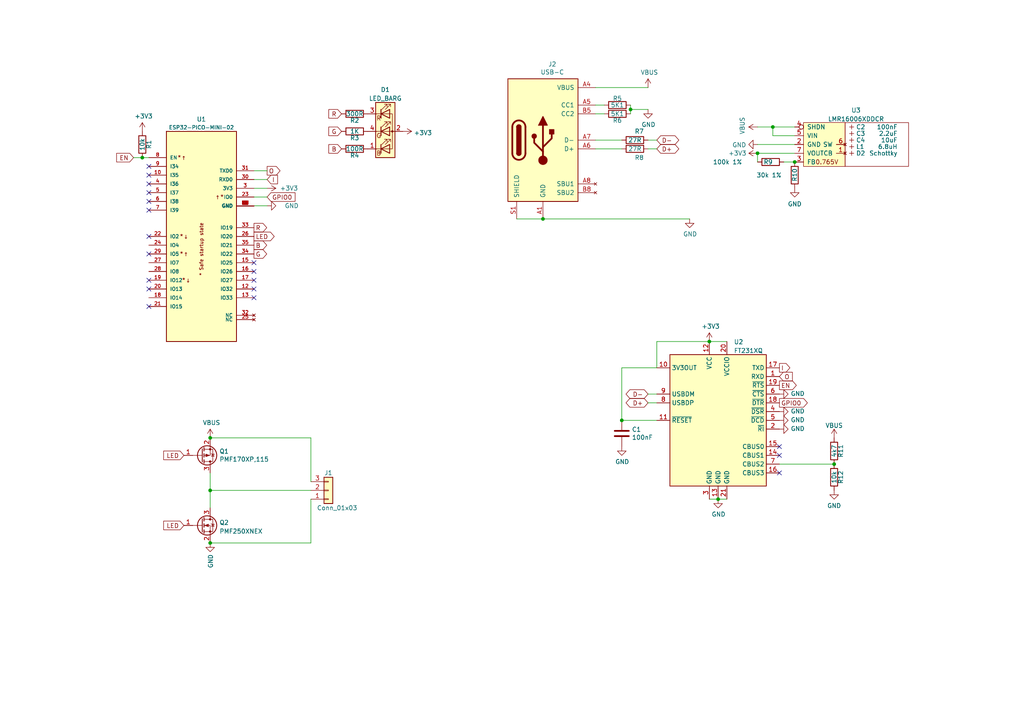
<source format=kicad_sch>
(kicad_sch (version 20211123) (generator eeschema)
  (paper "A4")
  (title_block (title "Generic ESP32-PICO-MINI module") (date "${DATE}") (rev "1") (comment 1 "@TheRealRevK") (comment 2 "www.me.uk"))
  (lib_symbols
    (symbol "Connector_Generic:Conn_01x03" (pin_names (offset 1.016) hide)
      (property "Reference" "J" (at 0 5.08 0))
      (property "Value" "Conn_01x03" (at 0 -5.08 0))
      (symbol "Conn_01x03_1_1"
        (rectangle (start -1.27 -2.413) (end 0 -2.667) (stroke (width 0.1524)))
        (rectangle (start -1.27 0.127) (end 0 -0.127) (stroke (width 0.1524)))
        (rectangle (start -1.27 2.667) (end 0 2.413) (stroke (width 0.1524)))
        (rectangle (start -1.27 3.81) (end 1.27 -3.81) (stroke (width 0.254)) (fill (type background)))
        (pin passive line (at -5.08 2.54 0) (length 3.81) (name "Pin_1") (number "1"))
        (pin passive line (at -5.08 0 0) (length 3.81) (name "Pin_2") (number "2"))
        (pin passive line (at -5.08 -2.54 0) (length 3.81) (name "Pin_3") (number "3"))
      )
    )
    (symbol "Device:C" (pin_numbers hide) (pin_names (offset 0.254))
      (property "Reference" "C" (at 0.635 2.54 0))
      (property "Value" "C" (at 0.635 -2.54 0))
      (symbol "C_0_1"
        (polyline (pts (xy -2.032 -0.762) (xy 2.032 -0.762)) (stroke (width 0.508)))
        (polyline (pts (xy -2.032 0.762) (xy 2.032 0.762)) (stroke (width 0.508)))
      )
      (symbol "C_1_1"
        (pin passive line (at 0 3.81 270) (length 2.794) (name "~") (number "1"))
        (pin passive line (at 0 -3.81 90) (length 2.794) (name "~") (number "2"))
      )
    )
    (symbol "Device:LED_BARG" (pin_names (offset 0) hide)
      (property "Reference" "D" (at 0 9.398 0))
      (property "Value" "LED_BARG" (at 0 -8.89 0))
      (symbol "LED_BARG_0_0"
        (text "B" (at -1.905 -6.35 0) (effects (font (size 1.27 1.27))))
        (text "G" (at -1.905 -1.27 0) (effects (font (size 1.27 1.27))))
        (text "R" (at -1.905 3.81 0) (effects (font (size 1.27 1.27))))
      )
      (symbol "LED_BARG_0_1"
        (polyline (pts (xy -1.27 -5.08) (xy -2.54 -5.08)))
        (polyline (pts (xy -1.27 -5.08) (xy 1.27 -5.08)))
        (polyline (pts (xy -1.27 -3.81) (xy -1.27 -6.35)) (stroke (width 0.254)))
        (polyline (pts (xy -1.27 0) (xy -2.54 0)))
        (polyline (pts (xy -1.27 1.27) (xy -1.27 -1.27)) (stroke (width 0.254)))
        (polyline (pts (xy -1.27 5.08) (xy -2.54 5.08)))
        (polyline (pts (xy -1.27 5.08) (xy 1.27 5.08)))
        (polyline (pts (xy -1.27 6.35) (xy -1.27 3.81)) (stroke (width 0.254)))
        (polyline (pts (xy 1.27 0) (xy -1.27 0)))
        (polyline (pts (xy 1.27 0) (xy 2.54 0)))
        (polyline (pts (xy -1.27 1.27) (xy -1.27 -1.27) (xy -1.27 -1.27)))
        (polyline (pts (xy -1.27 6.35) (xy -1.27 3.81) (xy -1.27 3.81)))
        (polyline (pts (xy 1.27 -5.08) (xy 2.032 -5.08) (xy 2.032 5.08) (xy 1.27 5.08)))
        (polyline (pts (xy 1.27 -3.81) (xy 1.27 -6.35) (xy -1.27 -5.08) (xy 1.27 -3.81)) (stroke (width 0.254)))
        (polyline (pts (xy 1.27 1.27) (xy 1.27 -1.27) (xy -1.27 0) (xy 1.27 1.27)) (stroke (width 0.254)))
        (polyline (pts (xy 1.27 6.35) (xy 1.27 3.81) (xy -1.27 5.08) (xy 1.27 6.35)) (stroke (width 0.254)))
        (polyline (pts (xy -1.016 -3.81) (xy 0.508 -2.286) (xy -0.254 -2.286) (xy 0.508 -2.286) (xy 0.508 -3.048)))
        (polyline (pts (xy -1.016 1.27) (xy 0.508 2.794) (xy -0.254 2.794) (xy 0.508 2.794) (xy 0.508 2.032)))
        (polyline (pts (xy -1.016 6.35) (xy 0.508 7.874) (xy -0.254 7.874) (xy 0.508 7.874) (xy 0.508 7.112)))
        (polyline (pts (xy 0 -3.81) (xy 1.524 -2.286) (xy 0.762 -2.286) (xy 1.524 -2.286) (xy 1.524 -3.048)))
        (polyline (pts (xy 0 1.27) (xy 1.524 2.794) (xy 0.762 2.794) (xy 1.524 2.794) (xy 1.524 2.032)))
        (polyline (pts (xy 0 6.35) (xy 1.524 7.874) (xy 0.762 7.874) (xy 1.524 7.874) (xy 1.524 7.112)))
        (rectangle (start 1.27 -1.27) (end 1.27 1.27))
        (rectangle (start 1.27 1.27) (end 1.27 1.27))
        (rectangle (start 1.27 3.81) (end 1.27 6.35))
        (rectangle (start 1.27 6.35) (end 1.27 6.35))
        (circle (center 2.032 0) (radius 0.254) (fill (type outline)))
        (rectangle (start 2.794 8.382) (end -2.794 -7.62) (stroke (width 0.254)) (fill (type background)))
      )
      (symbol "LED_BARG_1_1"
        (pin passive line (at -5.08 -5.08 0) (length 2.54) (name "BK") (number "1"))
        (pin passive line (at 5.08 0 180) (length 2.54) (name "A") (number "2"))
        (pin passive line (at -5.08 5.08 0) (length 2.54) (name "RK") (number "3"))
        (pin passive line (at -5.08 0 0) (length 2.54) (name "GK") (number "4"))
      )
    )
    (symbol "Device:Q_PMOS_GSD" (pin_names (offset 0) hide)
      (property "Reference" "Q" (at 5.08 1.27 0))
      (property "Value" "Q_PMOS_GSD" (at 5.08 -1.27 0))
      (symbol "Q_PMOS_GSD_0_1"
        (polyline (pts (xy 0.254 0) (xy -2.54 0)))
        (polyline (pts (xy 0.254 1.905) (xy 0.254 -1.905)) (stroke (width 0.254)))
        (polyline (pts (xy 0.762 -1.27) (xy 0.762 -2.286)) (stroke (width 0.254)))
        (polyline (pts (xy 0.762 0.508) (xy 0.762 -0.508)) (stroke (width 0.254)))
        (polyline (pts (xy 0.762 2.286) (xy 0.762 1.27)) (stroke (width 0.254)))
        (polyline (pts (xy 2.54 2.54) (xy 2.54 1.778)))
        (polyline (pts (xy 2.54 -2.54) (xy 2.54 0) (xy 0.762 0)))
        (polyline (pts (xy 0.762 1.778) (xy 3.302 1.778) (xy 3.302 -1.778) (xy 0.762 -1.778)))
        (polyline (pts (xy 2.286 0) (xy 1.27 0.381) (xy 1.27 -0.381) (xy 2.286 0)) (fill (type outline)))
        (polyline (pts (xy 2.794 -0.508) (xy 2.921 -0.381) (xy 3.683 -0.381) (xy 3.81 -0.254)))
        (polyline (pts (xy 3.302 -0.381) (xy 2.921 0.254) (xy 3.683 0.254) (xy 3.302 -0.381)))
        (circle (center 1.651 0) (radius 2.794) (stroke (width 0.254)))
        (circle (center 2.54 -1.778) (radius 0.254) (fill (type outline)))
        (circle (center 2.54 1.778) (radius 0.254) (fill (type outline)))
      )
      (symbol "Q_PMOS_GSD_1_1"
        (pin input line (at -5.08 0 0) (length 2.54) (name "G") (number "1"))
        (pin passive line (at 2.54 -5.08 90) (length 2.54) (name "S") (number "2"))
        (pin passive line (at 2.54 5.08 270) (length 2.54) (name "D") (number "3"))
      )
    )
    (symbol "Device:R" (pin_numbers hide) (pin_names (offset 0))
      (property "Reference" "R" (at 2.032 0 90))
      (property "Value" "R" (at 0 0 90))
      (symbol "R_0_1"
        (rectangle (start -1.016 -2.54) (end 1.016 2.54) (stroke (width 0.254)))
      )
      (symbol "R_1_1"
        (pin passive line (at 0 3.81 270) (length 1.27) (name "~") (number "1"))
        (pin passive line (at 0 -3.81 90) (length 1.27) (name "~") (number "2"))
      )
    )
    (symbol "RevK:ESP32-PICO-MINI-02" (pin_names (offset 1.016))
      (property "Reference" "U" (at -10.16 -33.02 0))
      (property "Value" "ESP32-PICO-MINI-02" (at 0 27.94 0))
      (property "LCSC Part #" "C2980306" (at 0 0 0))
      (symbol "ESP32-PICO-MINI-02_0_0"
        (rectangle (start -10.16 -30.48) (end 10.16 30.48) (stroke (width 0.254)) (fill (type background)))
        (text "* Safe startup state" (at 0 -11.43 900) (effects (font (size 1 1)) (justify left)))
        (text "*↑" (at -6.985 22.86 0) (effects (font (size 1.27 1.27)) (justify left)))
        (text "*↑" (at -6.35 -5.08 0) (effects (font (size 1.27 1.27)) (justify left)))
        (text "*↓" (at -6.35 0 0) (effects (font (size 1.27 1.27)) (justify left)))
        (text "*↓" (at -5.715 -12.7 0) (effects (font (size 1.27 1.27)) (justify left)))
        (text "↑*" (at 3.81 11.43 0) (effects (font (size 1.27 1.27)) (justify left)))
        (pin power_in line (at 15.24 8.89 180) (length 5.08) (name "GND") (number "1"))
        (pin input line (at -15.24 17.78 0) (length 5.08) (name "I35") (number "10"))
        (pin power_in line (at 15.24 8.89 180) (length 5.08) (name "GND") (number "11"))
        (pin bidirectional line (at 15.24 -15.24 180) (length 5.08) (name "IO32") (number "12"))
        (pin bidirectional line (at 15.24 -17.78 180) (length 5.08) (name "IO33") (number "13"))
        (pin power_in line (at 15.24 8.89 180) (length 5.08) (name "GND") (number "14"))
        (pin bidirectional line (at 15.24 -7.62 180) (length 5.08) (name "IO25") (number "15"))
        (pin bidirectional line (at 15.24 -10.16 180) (length 5.08) (name "IO26") (number "16"))
        (pin bidirectional line (at 15.24 -12.7 180) (length 5.08) (name "IO27") (number "17"))
        (pin bidirectional line (at -15.24 -17.78 0) (length 5.08) (name "IO14") (number "18"))
        (pin bidirectional line (at -15.24 -12.7 0) (length 5.08) (name "IO12") (number "19"))
        (pin power_in line (at 15.24 8.89 180) (length 5.08) (name "GND") (number "2"))
        (pin bidirectional line (at -15.24 -15.24 0) (length 5.08) (name "IO13") (number "20"))
        (pin bidirectional line (at -15.24 -20.32 0) (length 5.08) (name "IO15") (number "21"))
        (pin bidirectional line (at -15.24 0 0) (length 5.08) (name "IO2") (number "22"))
        (pin bidirectional line (at 15.24 11.43 180) (length 5.08) (name "IO0") (number "23"))
        (pin bidirectional line (at -15.24 -2.54 0) (length 5.08) (name "IO4") (number "24"))
        (pin no_connect line (at 15.24 -24.13 180) (length 5.08) (name "NC") (number "25"))
        (pin bidirectional line (at 15.24 0 180) (length 5.08) (name "IO20") (number "26"))
        (pin bidirectional line (at -15.24 -7.62 0) (length 5.08) (name "IO7") (number "27"))
        (pin bidirectional line (at -15.24 -10.16 0) (length 5.08) (name "IO8") (number "28"))
        (pin bidirectional line (at -15.24 -5.08 0) (length 5.08) (name "IO5") (number "29"))
        (pin power_in line (at 15.24 13.97 180) (length 5.08) (name "3V3") (number "3"))
        (pin bidirectional line (at 15.24 16.51 180) (length 5.08) (name "RXD0") (number "30"))
        (pin bidirectional line (at 15.24 19.05 180) (length 5.08) (name "TXD0") (number "31"))
        (pin no_connect line (at 15.24 -22.86 180) (length 5.08) (name "NC") (number "32"))
        (pin bidirectional line (at 15.24 2.54 180) (length 5.08) (name "IO19") (number "33"))
        (pin bidirectional line (at 15.24 -5.08 180) (length 5.08) (name "IO22") (number "34"))
        (pin bidirectional line (at 15.24 -2.54 180) (length 5.08) (name "IO21") (number "35"))
        (pin power_in line (at 15.24 8.89 180) (length 5.08) (name "GND") (number "36"))
        (pin power_in line (at 15.24 8.89 180) (length 5.08) (name "GND") (number "37"))
        (pin power_in line (at 15.24 8.89 180) (length 5.08) (name "GND") (number "38"))
        (pin power_in line (at 15.24 8.89 180) (length 5.08) (name "GND") (number "39"))
        (pin input line (at -15.24 15.24 0) (length 5.08) (name "I36") (number "4"))
        (pin power_in line (at 15.24 8.89 180) (length 5.08) (name "GND") (number "40"))
        (pin power_in line (at 15.24 8.89 180) (length 5.08) (name "GND") (number "41"))
        (pin power_in line (at 15.24 8.89 180) (length 5.08) (name "GND") (number "42"))
        (pin power_in line (at 15.24 8.89 180) (length 5.08) (name "GND") (number "43"))
        (pin power_in line (at 15.24 8.89 180) (length 5.08) (name "GND") (number "44"))
        (pin power_in line (at 15.24 8.89 180) (length 5.08) (name "GND") (number "45"))
        (pin power_in line (at 15.24 8.89 180) (length 5.08) (name "GND") (number "46"))
        (pin power_in line (at 15.24 8.89 180) (length 5.08) (name "GND") (number "47"))
        (pin power_in line (at 15.24 8.89 180) (length 5.08) (name "GND") (number "48"))
        (pin power_in line (at 15.24 8.89 180) (length 5.08) (name "GND") (number "49"))
        (pin input line (at -15.24 12.7 0) (length 5.08) (name "I37") (number "5"))
        (pin power_in line (at 15.24 8.89 180) (length 5.08) (name "GND") (number "50"))
        (pin power_in line (at 15.24 8.89 180) (length 5.08) (name "GND") (number "51"))
        (pin power_in line (at 15.24 8.89 180) (length 5.08) (name "GND") (number "52"))
        (pin power_in line (at 15.24 8.89 180) (length 5.08) (name "GND") (number "53"))
        (pin input line (at -15.24 10.16 0) (length 5.08) (name "I38") (number "6"))
        (pin input line (at -15.24 7.62 0) (length 5.08) (name "I39") (number "7"))
        (pin input line (at -15.24 22.86 0) (length 5.08) (name "EN") (number "8"))
        (pin input line (at -15.24 20.32 0) (length 5.08) (name "I34") (number "9"))
      )
    )
    (symbol "RevK:FT231XQ"
      (property "Reference" "U" (at -13.97 20.32 0))
      (property "Value" "FT231XQ" (at 6.35 20.32 0))
      (symbol "FT231XQ_0_1"
        (rectangle (start -13.97 19.05) (end 13.97 -19.05) (stroke (width 0.254)) (fill (type background)))
      )
      (symbol "FT231XQ_1_1"
        (pin input line (at 17.78 12.7 180) (length 3.81) (name "RXD") (number "1"))
        (pin passive line (at -17.78 15.24 0) (length 3.81) (name "3V3OUT") (number "10"))
        (pin input line (at -17.78 0 0) (length 3.81) (name "~{RESET}") (number "11"))
        (pin power_in line (at -2.54 22.86 270) (length 3.81) (name "VCC") (number "12"))
        (pin power_in line (at 0 -22.86 90) (length 3.81) (name "GND") (number "13"))
        (pin bidirectional line (at 17.78 -10.16 180) (length 3.81) (name "CBUS1") (number "14"))
        (pin bidirectional line (at 17.78 -7.62 180) (length 3.81) (name "CBUS0") (number "15"))
        (pin bidirectional line (at 17.78 -15.24 180) (length 3.81) (name "CBUS3") (number "16"))
        (pin output line (at 17.78 15.24 180) (length 3.81) (name "TXD") (number "17"))
        (pin output line (at 17.78 5.08 180) (length 3.81) (name "~{DTR}") (number "18"))
        (pin output line (at 17.78 10.16 180) (length 3.81) (name "~{RTS}") (number "19"))
        (pin input line (at 17.78 -2.54 180) (length 3.81) (name "~{RI}") (number "2"))
        (pin power_in line (at 2.54 22.86 270) (length 3.81) (name "VCCIO") (number "20"))
        (pin power_in line (at 2.54 -22.86 90) (length 3.81) (name "GND") (number "21"))
        (pin power_in line (at -2.54 -22.86 90) (length 3.81) (name "GND") (number "3"))
        (pin input line (at 17.78 2.54 180) (length 3.81) (name "~{DSR}") (number "4"))
        (pin input line (at 17.78 0 180) (length 3.81) (name "~{DCD}") (number "5"))
        (pin input line (at 17.78 7.62 180) (length 3.81) (name "~{CTS}") (number "6"))
        (pin bidirectional line (at 17.78 -12.7 180) (length 3.81) (name "CBUS2") (number "7"))
        (pin bidirectional line (at -17.78 5.08 0) (length 3.81) (name "USBDP") (number "8"))
        (pin bidirectional line (at -17.78 7.62 0) (length 3.81) (name "USBDM") (number "9"))
      )
    )
    (symbol "RevK:Hidden" (pin_names (offset 1.016))
      (property "Reference" "Z" (at 0.635 0 0))
      (property "Value" "Hidden" (at 4.445 0 0))
      (symbol "Hidden_0_1"
        (polyline (pts (xy -0.635 0) (xy 0.635 0)) (stroke (width 0.1524)))
        (polyline (pts (xy 0 0.635) (xy 0 -0.635)) (stroke (width 0.1524)))
      )
      (symbol "Hidden_1_1"
        (pin no_connect non_logic (at 0 -2.54 90) (length 2.54) hide (name "~") (number "~"))
      )
    )
    (symbol "RevK:LMR16006XDDCR" (pin_names (offset 1.016))
      (property "Reference" "U" (at 11.43 2.54 0))
      (property "Value" "LMR16006XDDCR" (at 7.62 -12.7 0))
      (symbol "LMR16006XDDCR_0_0"
        (rectangle (start 2.54 1.27) (end 14.605 -11.43) (fill (type background)))
        (text "0.765V" (at 12.7 -10.16 0) (effects (font (size 1.27 1.27)) (justify right)))
      )
      (symbol "LMR16006XDDCR_0_1"
        (rectangle (start 14.605 1.27) (end 33.02 -11.43))
      )
      (symbol "LMR16006XDDCR_1_1"
        (pin no_connect line (at 14.605 -7.62 180) (length 2.54) (name "CB") (number "1"))
        (pin power_in line (at 0 -5.08 0) (length 2.54) (name "GND") (number "2"))
        (pin passive line (at 0 -10.16 0) (length 2.54) (name "FB") (number "3"))
        (pin input inverted (at 0 0 0) (length 2.54) (name "SHDN") (number "4"))
        (pin power_in line (at 0 -2.54 0) (length 2.54) (name "VIN") (number "5"))
        (pin no_connect line (at 14.605 -5.08 180) (length 2.54) (name "SW") (number "6"))
        (pin power_out line (at 0 -7.62 0) (length 2.54) (name "VOUT") (number "7"))
      )
    )
    (symbol "RevK:NX7002AK" (pin_names (offset 0) hide)
      (property "Reference" "Q" (at 5.08 1.27 0))
      (property "Value" "NX7002AK" (at 5.08 -1.27 0))
      (symbol "NX7002AK_0_1"
        (polyline (pts (xy 0.254 0) (xy -2.54 0)))
        (polyline (pts (xy 0.254 1.905) (xy 0.254 -1.905)) (stroke (width 0.254)))
        (polyline (pts (xy 0.762 -1.27) (xy 0.762 -2.286)) (stroke (width 0.254)))
        (polyline (pts (xy 0.762 0.508) (xy 0.762 -0.508)) (stroke (width 0.254)))
        (polyline (pts (xy 0.762 2.286) (xy 0.762 1.27)) (stroke (width 0.254)))
        (polyline (pts (xy 2.54 2.54) (xy 2.54 1.778)))
        (polyline (pts (xy 2.54 -2.54) (xy 2.54 0) (xy 0.762 0)))
        (polyline (pts (xy 0.762 -1.778) (xy 3.302 -1.778) (xy 3.302 1.778) (xy 0.762 1.778)))
        (polyline (pts (xy 1.016 0) (xy 2.032 0.381) (xy 2.032 -0.381) (xy 1.016 0)) (fill (type outline)))
        (polyline (pts (xy 2.794 0.508) (xy 2.921 0.381) (xy 3.683 0.381) (xy 3.81 0.254)))
        (polyline (pts (xy 3.302 0.381) (xy 2.921 -0.254) (xy 3.683 -0.254) (xy 3.302 0.381)))
        (circle (center 1.651 0) (radius 2.794) (stroke (width 0.254)))
        (circle (center 2.54 -1.778) (radius 0.254) (fill (type outline)))
        (circle (center 2.54 1.778) (radius 0.254) (fill (type outline)))
      )
      (symbol "NX7002AK_1_1"
        (pin input line (at -5.08 0 0) (length 2.54) (name "G") (number "1"))
        (pin passive line (at 2.54 -5.08 90) (length 2.54) (name "S") (number "2"))
        (pin passive line (at 2.54 5.08 270) (length 2.54) (name "D") (number "3"))
      )
    )
    (symbol "RevK:USB-C" (pin_names (offset 1.016))
      (property "Reference" "J" (at -10.16 19.05 0))
      (property "Value" "USB-C" (at -7.62 15.24 0))
      (symbol "USB-C_0_1"
        (rectangle (start -10.16 17.78) (end 10.16 -17.78) (stroke (width 0.254)) (fill (type background)))
        (arc (start -8.89 -3.81) (mid -6.985 -5.715) (end -5.08 -3.81) (stroke (width 0.508)))
        (arc (start -7.62 -3.81) (mid -6.985 -4.445) (end -6.35 -3.81) (stroke (width 0.254)))
        (arc (start -7.62 -3.81) (mid -6.985 -4.445) (end -6.35 -3.81) (stroke (width 0.254)) (fill (type outline)))
        (rectangle (start -7.62 -3.81) (end -6.35 3.81) (stroke (width 0.254)) (fill (type outline)))
        (arc (start -6.35 3.81) (mid -6.985 4.445) (end -7.62 3.81) (stroke (width 0.254)))
        (arc (start -6.35 3.81) (mid -6.985 4.445) (end -7.62 3.81) (stroke (width 0.254)) (fill (type outline)))
        (arc (start -5.08 3.81) (mid -6.985 5.715) (end -8.89 3.81) (stroke (width 0.508)))
        (circle (center -2.54 1.143) (radius 0.635) (stroke (width 0.254)) (fill (type outline)))
        (circle (center 0 -5.842) (radius 1.27) (fill (type outline)))
        (polyline (pts (xy -8.89 -3.81) (xy -8.89 3.81)) (stroke (width 0.508)))
        (polyline (pts (xy -5.08 3.81) (xy -5.08 -3.81)) (stroke (width 0.508)))
        (polyline (pts (xy 0 -5.842) (xy 0 4.318)) (stroke (width 0.508)))
        (polyline (pts (xy 0 -3.302) (xy -2.54 -0.762) (xy -2.54 0.508)) (stroke (width 0.508)))
        (polyline (pts (xy 0 -2.032) (xy 2.54 0.508) (xy 2.54 1.778)) (stroke (width 0.508)))
        (polyline (pts (xy -1.27 4.318) (xy 0 6.858) (xy 1.27 4.318) (xy -1.27 4.318)) (stroke (width 0.254)) (fill (type outline)))
        (rectangle (start 1.905 1.778) (end 3.175 3.048) (stroke (width 0.254)) (fill (type outline)))
      )
      (symbol "USB-C_1_1"
        (pin power_out line (at 0 -22.86 90) (length 5.08) (name "GND") (number "A1"))
        (pin passive line (at 0 -22.86 90) (length 5.08) hide (name "GND") (number "A12"))
        (pin power_out line (at 15.24 15.24 180) (length 5.08) (name "VBUS") (number "A4"))
        (pin bidirectional line (at 15.24 10.16 180) (length 5.08) (name "CC1") (number "A5"))
        (pin bidirectional line (at 15.24 -2.54 180) (length 5.08) (name "D+") (number "A6"))
        (pin bidirectional line (at 15.24 0 180) (length 5.08) (name "D-") (number "A7"))
        (pin no_connect line (at 15.24 -12.7 180) (length 5.08) (name "SBU1") (number "A8"))
        (pin passive line (at 15.24 15.24 180) (length 5.08) hide (name "VBUS") (number "A9"))
        (pin passive line (at 0 -22.86 90) (length 5.08) hide (name "GND") (number "B1"))
        (pin passive line (at 0 -22.86 90) (length 5.08) hide (name "GND") (number "B12"))
        (pin passive line (at 15.24 15.24 180) (length 5.08) hide (name "VBUS") (number "B4"))
        (pin bidirectional line (at 15.24 7.62 180) (length 5.08) (name "CC2") (number "B5"))
        (pin bidirectional line (at 15.24 -2.54 180) (length 5.08) hide (name "D+") (number "B6"))
        (pin bidirectional line (at 15.24 0 180) (length 5.08) hide (name "D-") (number "B7"))
        (pin no_connect line (at 15.24 -15.24 180) (length 5.08) (name "SBU2") (number "B8"))
        (pin passive line (at 15.24 15.24 180) (length 5.08) hide (name "VBUS") (number "B9"))
        (pin passive line (at -7.62 -22.86 90) (length 5.08) (name "SHIELD") (number "S1"))
      )
    )
    (symbol "power:+3.3V" (power) (pin_names (offset 0))
      (property "Value" "+3.3V" (at 0 3.556 0))
      (symbol "+3.3V_0_1"
        (polyline (pts (xy -0.762 1.27) (xy 0 2.54)))
        (polyline (pts (xy 0 0) (xy 0 2.54)))
        (polyline (pts (xy 0 2.54) (xy 0.762 1.27)))
      )
      (symbol "+3.3V_1_1"
        (pin power_in line (at 0 0 90) (length 0) hide (name "+3V3") (number "1"))
      )
    )
    (symbol "power:GND" (power) (pin_names (offset 0))
      (property "Value" "GND" (at 0 -3.81 0))
      (symbol "GND_0_1"
        (polyline (pts (xy 0 0) (xy 0 -1.27) (xy 1.27 -1.27) (xy 0 -2.54) (xy -1.27 -1.27) (xy 0 -1.27)))
      )
      (symbol "GND_1_1"
        (pin power_in line (at 0 0 270) (length 0) hide (name "GND") (number "1"))
      )
    )
    (symbol "power:VBUS" (power) (pin_names (offset 0))
      (property "Value" "VBUS" (at 0 3.81 0))
      (symbol "VBUS_0_1"
        (polyline (pts (xy -0.762 1.27) (xy 0 2.54)))
        (polyline (pts (xy 0 0) (xy 0 2.54)))
        (polyline (pts (xy 0 2.54) (xy 0.762 1.27)))
      )
      (symbol "VBUS_1_1"
        (pin power_in line (at 0 0 90) (length 0) hide (name "VBUS") (number "1"))
      )
    )
  )
  (junction (at 241.935 134.62))
  (junction (at 219.71 44.45))
  (junction (at 230.505 46.99))
  (junction (at 205.74 99.06))
  (junction (at 60.96 142.24))
  (junction (at 41.275 45.72))
  (junction (at 157.48 63.5))
  (junction (at 224.155 36.83))
  (junction (at 208.28 144.78))
  (junction (at 180.34 121.92))
  (junction (at 182.88 31.75))
  (junction (at 60.96 127))
  (junction (at 60.96 157.48))
  (no_connect (at 73.66 76.2))
  (no_connect (at 226.06 137.16))
  (no_connect (at 226.06 132.08))
  (no_connect (at 226.06 129.54))
  (no_connect (at 43.18 81.28))
  (no_connect (at 43.18 73.66))
  (no_connect (at 43.18 53.34))
  (no_connect (at 43.18 50.8))
  (no_connect (at 43.18 48.26))
  (no_connect (at 73.66 78.74))
  (no_connect (at 73.66 81.28))
  (no_connect (at 43.18 60.96))
  (no_connect (at 43.18 68.58))
  (no_connect (at 73.66 86.36))
  (no_connect (at 43.18 88.9))
  (no_connect (at 43.18 55.88))
  (no_connect (at 43.18 58.42))
  (no_connect (at 43.18 83.82))
  (no_connect (at 73.66 83.82))
  (wire (pts (xy 90.17 142.24) (xy 60.96 142.24)))
  (wire (pts (xy 226.06 134.62) (xy 241.935 134.62)))
  (wire (pts (xy 41.275 45.72) (xy 43.18 45.72)))
  (wire (pts (xy 180.34 121.92) (xy 190.5 121.92)))
  (wire (pts (xy 182.88 31.75) (xy 182.88 33.02)))
  (wire (pts (xy 227.33 46.99) (xy 230.505 46.99)))
  (wire (pts (xy 219.71 44.45) (xy 230.505 44.45)))
  (wire (pts (xy 219.71 44.45) (xy 219.71 46.99)))
  (wire (pts (xy 73.66 52.07) (xy 77.47 52.07)))
  (wire (pts (xy 157.48 63.5) (xy 200.025 63.5)))
  (wire (pts (xy 224.155 39.37) (xy 230.505 39.37)))
  (wire (pts (xy 38.735 45.72) (xy 41.275 45.72)))
  (wire (pts (xy 90.17 127) (xy 90.17 139.7)))
  (wire (pts (xy 73.66 54.61) (xy 77.47 54.61)))
  (wire (pts (xy 60.96 127) (xy 90.17 127)))
  (wire (pts (xy 190.5 99.06) (xy 205.74 99.06)))
  (wire (pts (xy 180.34 121.92) (xy 180.34 106.68)))
  (wire (pts (xy 187.96 40.64) (xy 190.5 40.64)))
  (wire (pts (xy 90.17 157.48) (xy 90.17 144.78)))
  (wire (pts (xy 224.155 36.83) (xy 224.155 39.37)))
  (wire (pts (xy 219.71 41.91) (xy 230.505 41.91)))
  (wire (pts (xy 190.5 106.68) (xy 190.5 99.06)))
  (wire (pts (xy 149.86 63.5) (xy 157.48 63.5)))
  (wire (pts (xy 172.72 40.64) (xy 180.34 40.64)))
  (wire (pts (xy 219.71 36.83) (xy 224.155 36.83)))
  (wire (pts (xy 187.96 43.18) (xy 190.5 43.18)))
  (wire (pts (xy 187.96 31.75) (xy 182.88 31.75)))
  (wire (pts (xy 73.66 49.53) (xy 77.47 49.53)))
  (wire (pts (xy 208.28 144.78) (xy 210.82 144.78)))
  (wire (pts (xy 73.66 57.15) (xy 77.47 57.15)))
  (wire (pts (xy 190.5 114.3) (xy 187.96 114.3)))
  (wire (pts (xy 73.66 59.69) (xy 77.47 59.69)))
  (wire (pts (xy 182.88 30.48) (xy 182.88 31.75)))
  (wire (pts (xy 60.96 157.48) (xy 90.17 157.48)))
  (wire (pts (xy 172.72 30.48) (xy 175.26 30.48)))
  (wire (pts (xy 224.155 36.83) (xy 230.505 36.83)))
  (wire (pts (xy 172.72 33.02) (xy 175.26 33.02)))
  (wire (pts (xy 60.96 142.24) (xy 60.96 147.32)))
  (wire (pts (xy 172.72 43.18) (xy 180.34 43.18)))
  (wire (pts (xy 187.96 116.84) (xy 190.5 116.84)))
  (wire (pts (xy 205.74 99.06) (xy 210.82 99.06)))
  (wire (pts (xy 60.96 137.16) (xy 60.96 142.24)))
  (wire (pts (xy 180.34 106.68) (xy 190.5 106.68)))
  (wire (pts (xy 205.74 144.78) (xy 208.28 144.78)))
  (wire (pts (xy 172.72 25.4) (xy 187.96 25.4)))
  (global_label "D-" (shape bidirectional) (at 187.96 114.3 180) (property "Intersheet References" "${INTERSHEET_REFS}" (effects hide)))
  (global_label "LED" (shape input) (at 53.34 132.08 180) (property "Intersheet References" "${INTERSHEET_REFS}" (effects hide)))
  (global_label "O" (shape output) (at 77.47 49.53 0) (property "Intersheet References" "${INTERSHEET_REFS}" (effects hide)))
  (global_label "B" (shape input) (at 99.06 43.18 180) (property "Intersheet References" "${INTERSHEET_REFS}" (effects hide)))
  (global_label "D+" (shape bidirectional) (at 190.5 43.18 0) (property "Intersheet References" "${INTERSHEET_REFS}" (effects hide)))
  (global_label "EN" (shape input) (at 38.735 45.72 180) (property "Intersheet References" "${INTERSHEET_REFS}" (effects hide)))
  (global_label "G" (shape input) (at 99.06 38.1 180) (property "Intersheet References" "${INTERSHEET_REFS}" (effects hide)))
  (global_label "G" (shape output) (at 73.66 73.66 0) (property "Intersheet References" "${INTERSHEET_REFS}" (effects hide)))
  (global_label "LED" (shape input) (at 53.34 152.4 180) (property "Intersheet References" "${INTERSHEET_REFS}" (effects hide)))
  (global_label "D+" (shape bidirectional) (at 187.96 116.84 180) (property "Intersheet References" "${INTERSHEET_REFS}" (effects hide)))
  (global_label "I" (shape input) (at 77.47 52.07 0) (property "Intersheet References" "${INTERSHEET_REFS}" (effects hide)))
  (global_label "R" (shape input) (at 99.06 33.02 180) (property "Intersheet References" "${INTERSHEET_REFS}" (effects hide)))
  (global_label "D-" (shape bidirectional) (at 190.5 40.64 0) (property "Intersheet References" "${INTERSHEET_REFS}" (effects hide)))
  (global_label "GPIO0" (shape output) (at 226.06 116.84 0) (property "Intersheet References" "${INTERSHEET_REFS}" (effects hide)))
  (global_label "R" (shape output) (at 73.66 66.04 0) (property "Intersheet References" "${INTERSHEET_REFS}" (effects hide)))
  (global_label "LED" (shape output) (at 73.66 68.58 0) (property "Intersheet References" "${INTERSHEET_REFS}" (effects hide)))
  (global_label "EN" (shape output) (at 226.06 111.76 0) (property "Intersheet References" "${INTERSHEET_REFS}" (effects hide)))
  (global_label "I" (shape output) (at 226.06 106.68 0) (property "Intersheet References" "${INTERSHEET_REFS}" (effects hide)))
  (global_label "B" (shape output) (at 73.66 71.12 0) (property "Intersheet References" "${INTERSHEET_REFS}" (effects hide)))
  (global_label "O" (shape input) (at 226.06 109.22 0) (property "Intersheet References" "${INTERSHEET_REFS}" (effects hide)))
  (global_label "GPIO0" (shape input) (at 77.47 57.15 0) (property "Intersheet References" "${INTERSHEET_REFS}" (effects hide)))
  (symbol (lib_id "Device:R") (at 179.07 30.48 90) (unit 1)
    (property "Reference" "R5" (at 179.07 28.575 90))
    (property "Value" "5K1" (at 179.07 30.48 90))
    (property "Footprint" "RevK:R_0603" (effects hide))
  )
  (symbol (lib_id "power:VBUS") (at 187.96 25.4 0) (unit 1)
    (property "Reference" "#PWR010" (effects hide))
    (property "Value" "VBUS" (at 188.341 21.0058 0))
  )
  (symbol (lib_id "power:+3.3V") (at 77.47 54.61 270) (unit 1)
    (property "Reference" "#PWR04" (effects hide))
    (property "Value" "+3.3V" (at 83.82 54.61 90))
  )
  (symbol (lib_id "power:GND") (at 187.96 31.75 0) (unit 1)
    (property "Reference" "#PWR011" (effects hide))
    (property "Value" "GND" (at 188.087 36.1442 0))
  )
  (symbol (lib_id "power:GND") (at 200.025 63.5 0) (unit 1)
    (property "Reference" "#PWR012" (effects hide))
    (property "Value" "GND" (at 200.152 67.8942 0))
  )
  (symbol (lib_id "Device:R") (at 179.07 33.02 270) (unit 1)
    (property "Reference" "R6" (at 179.07 34.925 90))
    (property "Value" "5K1" (at 179.07 33.02 90))
    (property "Footprint" "RevK:R_0603" (effects hide))
  )
  (symbol (lib_id "power:GND") (at 226.06 114.3 90) (unit 1)
    (property "Reference" "#PWR018" (effects hide))
    (property "Value" "GND" (at 229.3112 114.173 90) (effects (justify right)))
  )
  (symbol (lib_id "power:GND") (at 226.06 119.38 90) (unit 1)
    (property "Reference" "#PWR019" (effects hide))
    (property "Value" "GND" (at 229.3112 119.253 90) (effects (justify right)))
  )
  (symbol (lib_id "power:GND") (at 226.06 121.92 90) (unit 1)
    (property "Reference" "#PWR020" (effects hide))
    (property "Value" "GND" (at 229.3112 121.793 90) (effects (justify right)))
  )
  (symbol (lib_id "power:GND") (at 226.06 124.46 90) (unit 1)
    (property "Reference" "#PWR021" (effects hide))
    (property "Value" "GND" (at 229.3112 124.333 90) (effects (justify right)))
  )
  (symbol (lib_id "power:GND") (at 208.28 144.78 0) (unit 1)
    (property "Reference" "#PWR014" (effects hide))
    (property "Value" "GND" (at 208.407 149.1742 0))
  )
  (symbol (lib_id "power:GND") (at 77.47 59.69 90) (unit 1)
    (property "Reference" "#PWR05" (effects hide))
    (property "Value" "GND" (at 82.55 59.69 90) (effects (justify right)))
  )
  (symbol (lib_id "Device:C") (at 180.34 125.73 0) (unit 1)
    (property "Reference" "C1" (at 183.261 124.5616 0) (effects (justify left)))
    (property "Value" "100nF" (at 183.261 126.873 0) (effects (justify left)))
    (property "Footprint" "RevK:C_0603" (effects hide))
  )
  (symbol (lib_id "power:GND") (at 180.34 129.54 0) (unit 1)
    (property "Reference" "#PWR09" (effects hide))
    (property "Value" "GND" (at 180.467 133.9342 0))
  )
  (symbol (lib_id "RevK:USB-C") (at 157.48 40.64 0) (unit 1)
    (property "Reference" "J2" (at 160.1978 18.6182 0))
    (property "Value" "USB-C" (at 160.1978 20.9296 0))
    (property "Footprint" "RevK:USC16-TR-PTH" (effects hide))
    (property "Datasheet" "https://www.usb.org/sites/default/files/documents/usb_type-c.zip" (effects hide))
    (property "Manufacturer" "Valcon" (effects hide))
    (property "Part No" "CSP-USC16-TR" (effects hide))
    (property "Order URL" "https://www.toby.co.uk/signal-to-board-connectors/usb-connectors/csp-usc16-tr-valcon-usb-type-c-surface-mount-pcb-socket/" (effects hide))
  )
  (symbol (lib_id "RevK:NX7002AK") (at 58.42 152.4 0) (unit 1)
    (property "Reference" "Q2" (at 63.627 151.5653 0) (effects (justify left)))
    (property "Value" "PMF250XNEX" (at 63.627 154.1022 0) (effects (justify left)))
    (property "Footprint" "RevK:SOT-323_SC-70" (effects hide))
  )
  (symbol (lib_id "Device:Q_PMOS_GSD") (at 58.42 132.08 0) (mirror x) (unit 1)
    (property "Reference" "Q1" (at 63.627 130.9116 0) (effects (justify left)))
    (property "Value" "PMF170XP,115" (at 63.627 133.223 0) (effects (justify left)))
    (property "Footprint" "RevK:SOT-323_SC-70" (effects hide))
    (property "Note" "Any P-Channel SOT323 that does 3.3V/0.5A" (effects hide))
  )
  (symbol (lib_id "RevK:Hidden") (at 247.015 42.545 0) (unit 1)
    (property "Reference" "L1" (at 248.285 42.545 0) (effects (justify left)))
    (property "Value" "6.8uH" (at 260.35 42.545 0) (effects (justify right)))
    (property "Footprint" "RevK:L_4x4_" (effects hide))
    (property "LCSC Part #" "C354575" (effects hide))
  )
  (symbol (lib_id "power:VBUS") (at 60.96 127 0) (unit 1)
    (property "Reference" "#PWR0106" (effects hide))
    (property "Value" "VBUS" (at 61.341 122.6058 0))
  )
  (symbol (lib_id "power:+3.3V") (at 205.74 99.06 0) (unit 1)
    (property "Reference" "#PWR013" (effects hide))
    (property "Value" "+3.3V" (at 206.121 94.6658 0))
  )
  (symbol (lib_id "Device:R") (at 102.87 38.1 270) (unit 1)
    (property "Reference" "R3" (at 102.87 40.005 90))
    (property "Value" "1K" (at 102.87 38.1 90))
    (property "Footprint" "RevK:R_0603" (effects hide))
    (property "Part No" "0603-2K" (effects hide))
  )
  (symbol (lib_id "RevK:FT231XQ") (at 208.28 121.92 0) (unit 1)
    (property "Reference" "U2" (at 212.8394 99.1702 0) (effects (justify left)))
    (property "Value" "FT231XQ" (at 212.8394 101.7071 0) (effects (justify left)))
    (property "Footprint" "RevK:QFN-20-1EP_4x4mm_P0.5mm_EP2.5x2.5mm" (effects hide))
    (property "Datasheet" "https://www.ftdichip.com/Support/Documents/DataSheets/ICs/DS_FT231X.pdf" (effects hide))
  )
  (symbol (lib_id "Device:R") (at 41.275 41.91 0) (unit 1)
    (property "Reference" "R1" (at 43.18 41.91 90))
    (property "Value" "10k" (at 41.275 41.91 90))
    (property "Footprint" "RevK:R_0603" (effects hide))
  )
  (symbol (lib_id "power:GND") (at 241.935 142.24 0) (unit 1)
    (property "Reference" "#PWR024" (effects hide))
    (property "Value" "GND" (at 241.935 146.6834 0))
  )
  (symbol (lib_id "Device:R") (at 102.87 33.02 270) (unit 1)
    (property "Reference" "R2" (at 102.87 34.925 90))
    (property "Value" "300R" (at 102.87 33.02 90))
    (property "Footprint" "RevK:R_0603" (effects hide))
    (property "Part No" "0603-680R" (effects hide))
  )
  (symbol (lib_id "Device:R") (at 102.87 43.18 270) (unit 1)
    (property "Reference" "R4" (at 102.87 45.085 90))
    (property "Value" "100R" (at 102.87 43.18 90))
    (property "Footprint" "RevK:R_0603" (effects hide))
    (property "Part No" "0603-220R" (effects hide))
  )
  (symbol (lib_id "Device:R") (at 241.935 130.81 0) (unit 1)
    (property "Reference" "R11" (at 243.84 130.81 90))
    (property "Value" "4k7" (at 241.935 130.81 90))
    (property "Footprint" "RevK:R_0603" (effects hide))
  )
  (symbol (lib_id "power:VBUS") (at 241.935 127 0) (unit 1)
    (property "Reference" "#PWR023" (effects hide))
    (property "Value" "VBUS" (at 241.935 123.4242 0))
  )
  (symbol (lib_id "Device:R") (at 230.505 50.8 180) (unit 1)
    (property "Reference" "R10" (at 230.505 52.705 90) (effects (justify right)))
    (property "Value" "30k 1%" (at 226.695 50.8 0) (effects (justify left)))
    (property "Footprint" "RevK:R_0603" (effects hide))
    (property "LCSC Part #" "C100001" (effects hide))
  )
  (symbol (lib_id "power:+3.3V") (at 116.84 38.1 270) (unit 1)
    (property "Reference" "#PWR0101" (effects hide))
    (property "Value" "+3.3V" (at 120.015 38.5338 90) (effects (justify left)))
  )
  (symbol (lib_id "Device:R") (at 184.15 40.64 90) (unit 1)
    (property "Reference" "R7" (at 185.42 38.1 90))
    (property "Value" "27R" (at 184.15 40.64 90))
    (property "Footprint" "RevK:R_0603" (effects hide))
  )
  (symbol (lib_id "Device:R") (at 184.15 43.18 90) (unit 1)
    (property "Reference" "R8" (at 185.42 45.72 90))
    (property "Value" "27R" (at 184.15 43.18 90))
    (property "Footprint" "RevK:R_0603" (effects hide))
  )
  (symbol (lib_id "RevK:Hidden") (at 247.015 44.45 0) (unit 1)
    (property "Reference" "D2" (at 248.285 44.45 0) (effects (justify left)))
    (property "Value" "Schottky" (at 260.35 44.45 0) (effects (justify right)))
    (property "Footprint" "RevK:D_1206_" (effects hide))
    (property "Datasheet" "https://www.mouser.co.uk/datasheet/2/54/CD1206-B220_B2100-777245.pdf" (effects hide))
    (property "Manufacturer" "Bourns" (effects hide))
    (property "LCSC Part #" "C143805" (effects hide))
    (property "JLCPCB Rotation Offset" "0" (effects hide))
  )
  (symbol (lib_id "power:+3.3V") (at 219.71 44.45 90) (unit 1)
    (property "Reference" "#PWR0104" (effects hide))
    (property "Value" "+3.3V" (at 216.535 44.45 90) (effects (justify left)))
  )
  (symbol (lib_id "power:GND") (at 230.505 54.61 0) (unit 1)
    (property "Reference" "#PWR0102" (effects hide))
    (property "Value" "GND" (at 230.505 59.1725 0))
  )
  (symbol (lib_id "RevK:LMR16006XDDCR") (at 230.505 36.83 0) (unit 1)
    (property "Reference" "U3" (at 248.285 31.9872 0))
    (property "Value" "LMR16006XDDCR" (at 248.285 34.5241 0))
    (property "Footprint" "RevK:SOT-23-Thin-6-Reg" (effects hide))
    (property "Manufacturer" "TI" (effects hide))
    (property "Part No" "LMR16006XDDCR" (effects hide))
    (property "LCSC Part #" "C87080" (effects hide))
    (property "JLCPCB Rotation Offset" "90" (effects hide))
  )
  (symbol (lib_id "Device:R") (at 241.935 138.43 0) (unit 1)
    (property "Reference" "R12" (at 243.84 138.43 90))
    (property "Value" "10k" (at 241.935 138.43 90))
    (property "Footprint" "RevK:R_0603" (effects hide))
  )
  (symbol (lib_id "RevK:Hidden") (at 247.015 38.735 0) (unit 1)
    (property "Reference" "C3" (at 248.285 38.735 0) (effects (justify left)))
    (property "Value" "2.2uF" (at 260.35 38.735 0) (effects (justify right)))
    (property "Footprint" "RevK:C_0805_" (effects hide))
    (property "LCSC Part #" "C19110" (effects hide))
  )
  (symbol (lib_id "RevK:ESP32-PICO-MINI-02") (at 58.42 68.58 0) (unit 1)
    (property "Reference" "U1" (at 58.42 34.5898 0))
    (property "Value" "ESP32-PICO-MINI-02" (at 58.42 36.9739 0) (effects (font (size 1.1 1.1))))
    (property "Footprint" "RevK:ESP32-PICO-MINI-02" (effects hide))
    (property "MANUFACTURER" "Espressif" (effects hide))
    (property "MAXIMUM_PACKAGE_HEIGHT" "2.55mm" (effects hide))
    (property "PARTREV" "v1.0" (effects hide))
    (property "STANDARD" "Manufacturer Recommendations" (effects hide))
    (property "LCSC Part #" "C2980306" (effects hide))
  )
  (symbol (lib_id "power:+3.3V") (at 41.275 38.1 0) (unit 1)
    (property "Reference" "#PWR01" (effects hide))
    (property "Value" "+3.3V" (at 41.656 33.7058 0))
  )
  (symbol (lib_id "Connector_Generic:Conn_01x03") (at 95.25 142.24 0) (mirror x) (unit 1)
    (property "Reference" "J1" (at 95.25 137.16 0))
    (property "Value" "Conn_01x03" (at 97.79 147.32 0))
    (property "Footprint" "RevK:PTSM-HH-3-RA" (effects hide))
  )
  (symbol (lib_id "Device:R") (at 223.52 46.99 90) (unit 1)
    (property "Reference" "R9" (at 224.155 46.99 90) (effects (justify left)))
    (property "Value" "100k 1%" (at 215.265 46.99 90) (effects (justify left)))
    (property "Footprint" "RevK:R_0603" (effects hide))
    (property "LCSC Part #" "C14675" (effects hide))
  )
  (symbol (lib_id "RevK:Hidden") (at 247.015 40.64 0) (unit 1)
    (property "Reference" "C4" (at 248.285 40.64 0) (effects (justify left)))
    (property "Value" "10uF" (at 260.35 40.64 0) (effects (justify right)))
    (property "Footprint" "RevK:C_0805_" (effects hide))
    (property "LCSC Part #" "C17024" (effects hide))
  )
  (symbol (lib_id "RevK:Hidden") (at 247.015 36.83 0) (unit 1)
    (property "Reference" "C2" (at 248.285 36.83 0) (effects (justify left)))
    (property "Value" "100nF" (at 260.35 36.83 0) (effects (justify right)))
    (property "Footprint" "RevK:C_0603_" (effects hide))
    (property "Note" "X7R or X5R 0603" (effects hide))
    (property "LCSC Part #" "C30926" (effects hide))
  )
  (symbol (lib_id "power:GND") (at 60.96 157.48 0) (unit 1)
    (property "Reference" "#PWR0107" (effects hide))
    (property "Value" "GND" (at 61.087 160.7312 90) (effects (justify right)))
  )
  (symbol (lib_id "Device:LED_BARG") (at 111.76 38.1 0) (unit 1)
    (property "Reference" "D1" (at 111.76 26.0182 0))
    (property "Value" "LED_BARG" (at 111.76 28.5551 0))
    (property "Footprint" "RevK:MHS190RGBCT" (effects hide))
    (property "LCSC Part #" "C409798" (effects hide))
  )
  (symbol (lib_id "power:GND") (at 219.71 41.91 270) (unit 1)
    (property "Reference" "#PWR0103" (effects hide))
    (property "Value" "GND" (at 216.4588 42.037 90) (effects (justify right)))
  )
  (symbol (lib_id "power:VBUS") (at 219.71 36.83 90) (unit 1)
    (property "Reference" "#PWR0105" (effects hide))
    (property "Value" "VBUS" (at 215.3158 36.449 0))
  )
)
</source>
